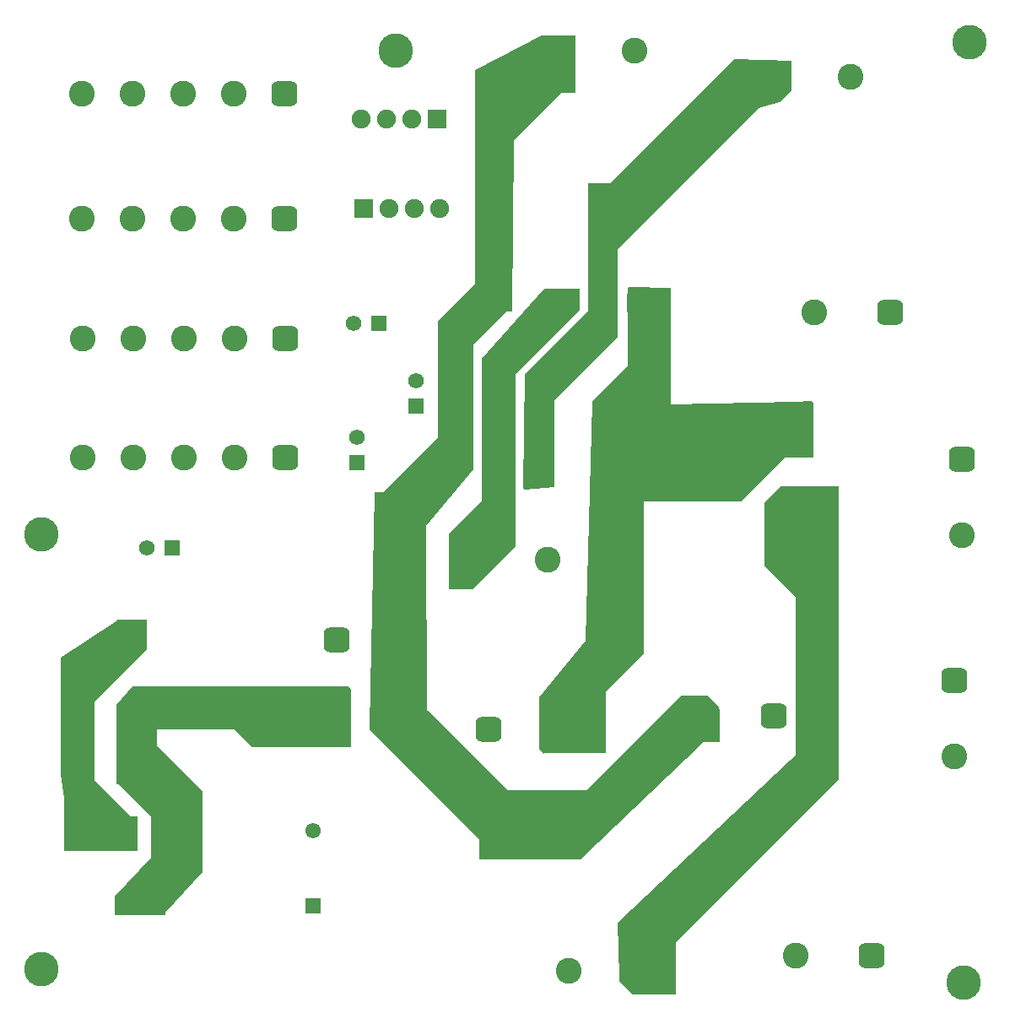
<source format=gts>
G04*
G04 #@! TF.GenerationSoftware,Altium Limited,Altium Designer,22.1.2 (22)*
G04*
G04 Layer_Color=8388736*
%FSLAX25Y25*%
%MOIN*%
G70*
G04*
G04 #@! TF.SameCoordinates,BA90D39C-088B-4E96-BCAD-EBD8A34635F5*
G04*
G04*
G04 #@! TF.FilePolarity,Negative*
G04*
G01*
G75*
%ADD14C,0.10249*%
G04:AMPARAMS|DCode=15|XSize=102.49mil|YSize=102.49mil|CornerRadius=27.62mil|HoleSize=0mil|Usage=FLASHONLY|Rotation=0.000|XOffset=0mil|YOffset=0mil|HoleType=Round|Shape=RoundedRectangle|*
%AMROUNDEDRECTD15*
21,1,0.10249,0.04724,0,0,0.0*
21,1,0.04724,0.10249,0,0,0.0*
1,1,0.05524,0.02362,-0.02362*
1,1,0.05524,-0.02362,-0.02362*
1,1,0.05524,-0.02362,0.02362*
1,1,0.05524,0.02362,0.02362*
%
%ADD15ROUNDEDRECTD15*%
%ADD16C,0.06102*%
%ADD17R,0.06102X0.06102*%
G04:AMPARAMS|DCode=18|XSize=102.49mil|YSize=102.49mil|CornerRadius=27.62mil|HoleSize=0mil|Usage=FLASHONLY|Rotation=270.000|XOffset=0mil|YOffset=0mil|HoleType=Round|Shape=RoundedRectangle|*
%AMROUNDEDRECTD18*
21,1,0.10249,0.04724,0,0,270.0*
21,1,0.04724,0.10249,0,0,270.0*
1,1,0.05524,-0.02362,-0.02362*
1,1,0.05524,-0.02362,0.02362*
1,1,0.05524,0.02362,0.02362*
1,1,0.05524,0.02362,-0.02362*
%
%ADD18ROUNDEDRECTD18*%
%ADD19R,0.06181X0.06181*%
%ADD20C,0.06181*%
%ADD21R,0.06181X0.06181*%
%ADD22R,0.07493X0.07493*%
%ADD23C,0.07493*%
%ADD24C,0.13674*%
G36*
X311614Y375886D02*
Y364469D01*
X306890Y359744D01*
X300984Y357972D01*
X298721Y357283D01*
X242913Y301476D01*
Y266634D01*
X218110Y241831D01*
Y207480D01*
X206398Y206791D01*
X205807Y207382D01*
X206398Y252165D01*
X206791Y252559D01*
X231201Y276969D01*
Y327756D01*
X240059D01*
X288583Y376279D01*
X289075Y376772D01*
X311614Y375886D01*
D02*
G37*
G36*
X228150Y277658D02*
X202559Y252067D01*
X202559Y184252D01*
X185630Y167323D01*
X176181D01*
Y188976D01*
X189370Y202165D01*
Y258760D01*
X191634Y261024D01*
X214027Y285925D01*
X228150D01*
Y277658D01*
D02*
G37*
G36*
X137598Y128051D02*
Y104921D01*
X98622D01*
X91535Y112008D01*
X61122D01*
Y105610D01*
X79035Y87697D01*
Y56988D01*
Y55512D01*
X64370Y39567D01*
Y38484D01*
X44390D01*
Y39173D01*
Y45965D01*
X58661Y61319D01*
Y77756D01*
X46161Y90256D01*
X45079D01*
Y120571D01*
Y121653D01*
X51476Y129134D01*
X136516D01*
X137598Y128051D01*
D02*
G37*
G36*
X264173Y286417D02*
Y240158D01*
X313090Y241339D01*
X319756Y241529D01*
X320177Y241117D01*
Y219291D01*
X308957D01*
X291634Y201969D01*
X253248D01*
Y141929D01*
X238287Y126969D01*
Y102756D01*
X214075D01*
X213779Y102461D01*
X211910Y104331D01*
Y124705D01*
X230217Y147047D01*
X232874Y241437D01*
X246949Y255512D01*
Y286259D01*
X247304Y286610D01*
X264173Y286417D01*
D02*
G37*
G36*
X57087Y143504D02*
X36417Y122835D01*
Y92126D01*
X50787Y77756D01*
X53248D01*
Y64197D01*
X52953Y64075D01*
X24508D01*
Y85039D01*
X22933Y94095D01*
Y111221D01*
Y140256D01*
X44390Y154232D01*
X45472Y155315D01*
X57087D01*
Y143504D01*
D02*
G37*
G36*
X226279Y385630D02*
X226279Y385039D01*
Y363386D01*
X221063D01*
X202165Y344488D01*
X201181Y277067D01*
X199016D01*
X185925Y263976D01*
Y214616D01*
X167224Y192421D01*
Y191634D01*
X167717Y119783D01*
X167815Y119685D01*
X199606Y87894D01*
X230512D01*
X268012Y125394D01*
X278740D01*
X282972Y120669D01*
X283366Y119783D01*
Y106890D01*
X277165D01*
X228346Y60630D01*
X188287D01*
Y68799D01*
X145079Y112008D01*
Y113091D01*
X147146Y205610D01*
X150295D01*
X171949Y227264D01*
Y272933D01*
X172539Y273917D01*
X186713Y288090D01*
Y289370D01*
Y372146D01*
X212894Y386024D01*
X226279D01*
Y385630D01*
D02*
G37*
G36*
X330413Y92126D02*
X266142Y27854D01*
Y7382D01*
X249016D01*
X243602Y12795D01*
Y14469D01*
X242913Y35630D01*
X311122Y99705D01*
X313287Y101870D01*
Y164370D01*
X301083Y176575D01*
Y201772D01*
X307185Y207874D01*
X330413D01*
Y92126D01*
D02*
G37*
D14*
X71280Y362894D02*
D03*
X91280D02*
D03*
X51279D02*
D03*
X31280D02*
D03*
X222126Y111909D02*
D03*
X320826Y276575D02*
D03*
X210984Y213090D02*
D03*
X313444Y22539D02*
D03*
X223779Y16732D02*
D03*
X215354Y179035D02*
D03*
X334882Y369587D02*
D03*
X249548Y380118D02*
D03*
X132087Y117184D02*
D03*
X379134Y188543D02*
D03*
X51673Y119940D02*
D03*
X375984Y101240D02*
D03*
X310630Y199665D02*
D03*
X221712Y280413D02*
D03*
X274566Y117323D02*
D03*
X31594Y219193D02*
D03*
X51595D02*
D03*
X91594D02*
D03*
X71595D02*
D03*
X31280Y313681D02*
D03*
X51279D02*
D03*
X91280D02*
D03*
X71280D02*
D03*
X31594Y266437D02*
D03*
X51595D02*
D03*
X91594D02*
D03*
X71595D02*
D03*
D15*
X111279Y362894D02*
D03*
X192126Y111909D02*
D03*
X350826Y276575D02*
D03*
X240984Y213090D02*
D03*
X343444Y22539D02*
D03*
X253779Y16732D02*
D03*
X185354Y179035D02*
D03*
X304882Y369587D02*
D03*
X219548Y380118D02*
D03*
X251712Y280413D02*
D03*
X304566Y117323D02*
D03*
X111594Y219193D02*
D03*
X111279Y313681D02*
D03*
X111594Y266437D02*
D03*
D16*
X122835Y71949D02*
D03*
X49311Y72540D02*
D03*
D17*
X122835Y42421D02*
D03*
X49311Y43012D02*
D03*
D18*
X132087Y147185D02*
D03*
X379134Y218543D02*
D03*
X51673Y149940D02*
D03*
X375984Y131240D02*
D03*
X310630Y229665D02*
D03*
D19*
X67028Y183760D02*
D03*
X148799Y272343D02*
D03*
D20*
X57028Y183760D02*
D03*
X138799Y272343D02*
D03*
X139862Y227224D02*
D03*
X163484Y249783D02*
D03*
D21*
X139862Y217224D02*
D03*
X163484Y239783D02*
D03*
D22*
X142579Y317618D02*
D03*
X171831Y353051D02*
D03*
D23*
X152579Y317618D02*
D03*
X162579D02*
D03*
X172579D02*
D03*
X161831Y353051D02*
D03*
X151831D02*
D03*
X141831D02*
D03*
D24*
X15354Y188976D02*
D03*
X155413Y380118D02*
D03*
X381890Y383465D02*
D03*
X379528Y12106D02*
D03*
X15354Y17421D02*
D03*
M02*

</source>
